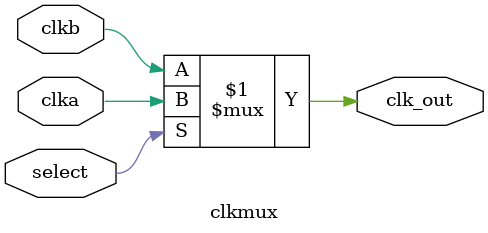
<source format=v>
`ifndef CLKMUX
`define CLKMUX

module clkmux
(
    input  wire clka     ,
    input  wire clkb     ,
    input  wire select   ,

    output wire clk_out
);


assign clk_out = select?clka:clkb;

endmodule
`endif //CLKMUX



</source>
